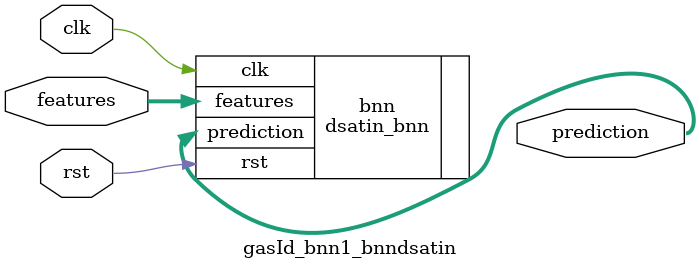
<source format=v>

















module gasId_bnn1_bnndsatin #(

parameter FEAT_CNT = 128,
parameter HIDDEN_CNT = 40,
parameter FEAT_BITS = 4,
parameter CLASS_CNT = 6,
parameter TEST_CNT = 1000


  ) (
  input clk,
  input rst,
  input [FEAT_CNT*FEAT_BITS-1:0] features,
  output [$clog2(CLASS_CNT)-1:0] prediction
  );

  localparam Weights0 = 5120'b01111111110011111101000001110011011111101111111111000000001000000110100000111101000110100111101000001110100011101110001000010100010110010011101011011101010111111011100011001000000111111110010001011100101111000100111110101100001100111011010111000000010000100001111111011111001110001011000001101110111111111011111111111111000111000101001111110010000010101010101011011000001111111001110100111000001100111101011110011011101010011010011100101111100010100100001011100010000100111101001011011010101000000111000100010001011001100010000100000000110000010000010000010110111111011111110100000000110000111111000011110011100101101100001101011111101001011001100010011100010111111001101011110100111110000110101011000010100111100101111010011111011011001001101010010100110000000110000010010010000000001010000101000011001100110110001101000000100110111010011010000000111100000011001010100001111010100101111111111110001000010100010101100101010000011100000110000001111100000111000110100001000000110000000111110011010001011100110100011111101001101101101001101101110110001101110100101111110001001111111111111101001100111111101100001010110110101111000010111001100111110101111110100000101000011100011100000111010000100100010001100000001000000110001000000110000101011010010111101111101011111001000001100010011000001110000000011111010111010010000001100001101111110101111100011111001100111110111101001100001100011011000110011101110111110110000100100001000000010110001011000010001000011100000011110100011000011000000000010011111000111000011110010101110110111001001010011111110111110000100001011000100110110000111100011111101111110111111100111110001000101010101011111011110010101111111111011111100111000111110000111100100111001101100000100000001011111111111111010100110010101110110001101110000110001011010010001100110111110110000101100000111010100010101001110001000000001010111011001111110111100100001001010110000101100110100001010000101011110011111100111110000111111111001000011000110110001101111011111011100000010111100000011010011010001100101100101010101111111010000000111110000111011010111110011101100110000010100101101001101111111101110111011111110100011100110111001111100100001000000101110011100011011011010010000101000110101010101010111111000001101011111010111011100000010111101001101010110111100100001011110101011110011001001000100000001001100010011001101111000101101000010001000010001000101010100110001011111101111011011100001111011001100000100011000001001110100101101001011110001111100111111011101010111000100000000000111110111111101100100101001001100111101000111100100000101100101100101011011111011100000001110011001011011110111110010001000000000011100110100100111011011110000111111110100111101100010010001000000011000001100110001011001100000111101110011011000000111000100001001111001011111101111101010000101110110101100010100011011100110001010000000001101111111011111101000001000000101010101110001000010111001000011000011111110101001101010100010101001000000000011100000011000001000000100010001110011101110101000010000001000000001000010110001011000110110101001010111011001111111110100111010000000001111000001100010101000000111001010010010110100111011111111001010010100111100000100011011101110000001000000101111111011111110101000010010001001101000011011000010100100000101111111101111111100011010101110000110001011101100100011110000111111101101011010010000000000100101011001100111101100000111000001100101111001110101000101010001001000100010101111011000000010000101011000010100110100111010101111100000000000010000101010010111111100010001000101111101111001100111100110100010000101011101001100100110000100000101000010011000101000011111000101001111110000001100001000010001010011010110001011101010010110111100011110000011011100000110001000001011101100111101000001110000001010111110101110110000100111111110000010010000101110000101100100100111010001110011111010000010101011111011111010001110111011111010011110101110110010111001100000111110110101100101010000001111101001111000111110011001100010011110100000010101101000011100000111010111111001111000000000010000001111101110010011101000011110010010011101101111110010000110000001000001111100110001000011100000110001101001101111010000010100000110000110100011100110110011100111100110110000111010111111001110011111100011011010001100011011100110000100000110101111111111111011001001001011101010010101010100000010010101000101010001101001111011000011010010110000111001000010100111100100111000100000011010011100011010001000011000101110111011101010111011101010111011000010001100101011011111111010001110100011000111000001011111111111111000111100011001011111100010011010011000011110100110111110011111110000110001111111111110100010111011001110101111110100001111100001011001010011011110110111001110100111111101011110110001110000000110010110110110110100000111000001010011000001111001000011000010111000101000011111110001011100000000011110001111101010111110000011011100011111000010111111001111100001110011110110000000001000000010011010111101110011010101010000111111111111111000000000010011011010101101000001111111110011011111000010110000111011111000111110000011001101011000011111001111001010001111000000101111100111011 ;
  localparam Weights1 = 240'b001101100010110011101111111110000101100100111011101110001100100011010110111110010011010000101000111011101111100011011101110101110110000001111111010010111010101110110110000010000111110101011111100011100111010010101100110110001100101001011011 ;
  localparam Widths = 320'h09080808090809080508090809080808080805080809080908080808080809080808080807080809 ;
  localparam Sature = 40'b0111010111011011101110001110010100101010 ;

  dsatin_bnn #(.FEAT_CNT(FEAT_CNT),.FEAT_BITS(FEAT_BITS),.HIDDEN_CNT(HIDDEN_CNT),.CLASS_CNT(CLASS_CNT),.Weights0(Weights0),.Weights1(Weights1),
    .WIDTHS(Widths), .SATURE(Sature)) bnn (
    .clk(clk),
    .rst(rst),
    .features(features),
    .prediction(prediction)
  );

endmodule

</source>
